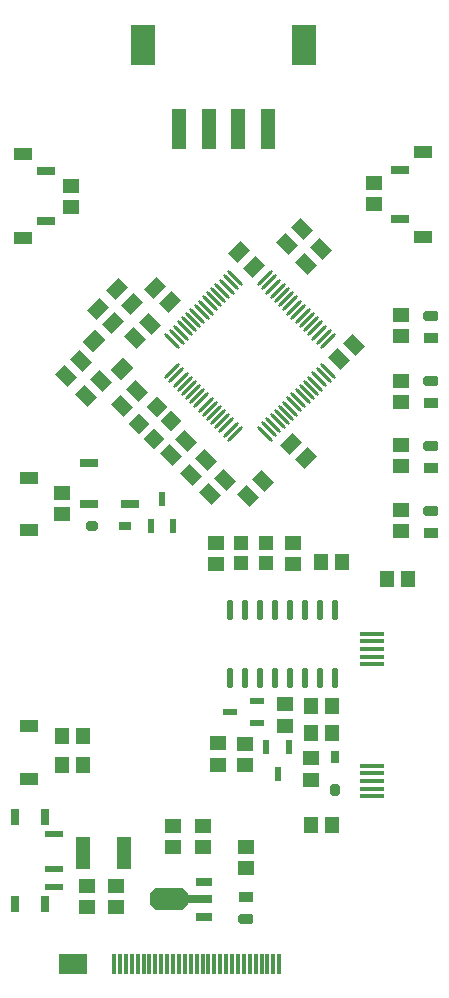
<source format=gtp>
G04*
G04 #@! TF.GenerationSoftware,Altium Limited,Altium Designer,21.2.2 (38)*
G04*
G04 Layer_Color=8421504*
%FSLAX24Y24*%
%MOIN*%
G70*
G04*
G04 #@! TF.SameCoordinates,13F91C56-90A4-4746-9D45-15C4089C9FE9*
G04*
G04*
G04 #@! TF.FilePolarity,Positive*
G04*
G01*
G75*
%ADD23R,0.0138X0.0680*%
%ADD24R,0.0930X0.0680*%
%ADD25R,0.0315X0.0551*%
%ADD26R,0.0591X0.0236*%
%ADD27R,0.0846X0.0150*%
%ADD28R,0.0591X0.0433*%
%ADD29R,0.0591X0.0315*%
%ADD30R,0.0500X0.1050*%
%ADD31R,0.0579X0.0457*%
%ADD32R,0.0630X0.0413*%
%ADD33R,0.0457X0.0579*%
%ADD34R,0.0551X0.0256*%
G04:AMPARAMS|DCode=35|XSize=74.8mil|YSize=126mil|CornerRadius=0mil|HoleSize=0mil|Usage=FLASHONLY|Rotation=270.000|XOffset=0mil|YOffset=0mil|HoleType=Round|Shape=Octagon|*
%AMOCTAGOND35*
4,1,8,0.0630,0.0187,0.0630,-0.0187,0.0443,-0.0374,-0.0443,-0.0374,-0.0630,-0.0187,-0.0630,0.0187,-0.0443,0.0374,0.0443,0.0374,0.0630,0.0187,0.0*
%
%ADD35OCTAGOND35*%

%ADD36R,0.0827X0.0256*%
%ADD37R,0.0500X0.0350*%
G04:AMPARAMS|DCode=38|XSize=50mil|YSize=35mil|CornerRadius=0mil|HoleSize=0mil|Usage=FLASHONLY|Rotation=0.000|XOffset=0mil|YOffset=0mil|HoleType=Round|Shape=Octagon|*
%AMOCTAGOND38*
4,1,8,0.0250,-0.0088,0.0250,0.0088,0.0163,0.0175,-0.0163,0.0175,-0.0250,0.0088,-0.0250,-0.0088,-0.0163,-0.0175,0.0163,-0.0175,0.0250,-0.0088,0.0*
%
%ADD38OCTAGOND38*%

G04:AMPARAMS|DCode=39|XSize=39.4mil|YSize=31.5mil|CornerRadius=0mil|HoleSize=0mil|Usage=FLASHONLY|Rotation=180.000|XOffset=0mil|YOffset=0mil|HoleType=Round|Shape=Octagon|*
%AMOCTAGOND39*
4,1,8,-0.0197,0.0079,-0.0197,-0.0079,-0.0118,-0.0157,0.0118,-0.0157,0.0197,-0.0079,0.0197,0.0079,0.0118,0.0157,-0.0118,0.0157,-0.0197,0.0079,0.0*
%
%ADD39OCTAGOND39*%

%ADD40R,0.0394X0.0315*%
%ADD41R,0.0591X0.0315*%
%ADD42R,0.0197X0.0472*%
%ADD43R,0.0472X0.0197*%
%ADD44O,0.0217X0.0709*%
%ADD45R,0.0512X0.0472*%
G04:AMPARAMS|DCode=46|XSize=45.7mil|YSize=57.9mil|CornerRadius=0mil|HoleSize=0mil|Usage=FLASHONLY|Rotation=45.000|XOffset=0mil|YOffset=0mil|HoleType=Round|Shape=Rectangle|*
%AMROTATEDRECTD46*
4,1,4,0.0043,-0.0366,-0.0366,0.0043,-0.0043,0.0366,0.0366,-0.0043,0.0043,-0.0366,0.0*
%
%ADD46ROTATEDRECTD46*%

G04:AMPARAMS|DCode=47|XSize=39.4mil|YSize=31.5mil|CornerRadius=0mil|HoleSize=0mil|Usage=FLASHONLY|Rotation=270.000|XOffset=0mil|YOffset=0mil|HoleType=Round|Shape=Octagon|*
%AMOCTAGOND47*
4,1,8,-0.0079,-0.0197,0.0079,-0.0197,0.0157,-0.0118,0.0157,0.0118,0.0079,0.0197,-0.0079,0.0197,-0.0157,0.0118,-0.0157,-0.0118,-0.0079,-0.0197,0.0*
%
%ADD47OCTAGOND47*%

%ADD48R,0.0315X0.0394*%
G04:AMPARAMS|DCode=49|XSize=45.7mil|YSize=57.9mil|CornerRadius=0mil|HoleSize=0mil|Usage=FLASHONLY|Rotation=135.000|XOffset=0mil|YOffset=0mil|HoleType=Round|Shape=Rectangle|*
%AMROTATEDRECTD49*
4,1,4,0.0366,0.0043,-0.0043,-0.0366,-0.0366,-0.0043,0.0043,0.0366,0.0366,0.0043,0.0*
%
%ADD49ROTATEDRECTD49*%

G04:AMPARAMS|DCode=50|XSize=51.2mil|YSize=47.2mil|CornerRadius=0mil|HoleSize=0mil|Usage=FLASHONLY|Rotation=45.000|XOffset=0mil|YOffset=0mil|HoleType=Round|Shape=Rectangle|*
%AMROTATEDRECTD50*
4,1,4,-0.0014,-0.0348,-0.0348,-0.0014,0.0014,0.0348,0.0348,0.0014,-0.0014,-0.0348,0.0*
%
%ADD50ROTATEDRECTD50*%

G04:AMPARAMS|DCode=51|XSize=47.2mil|YSize=59.1mil|CornerRadius=0mil|HoleSize=0mil|Usage=FLASHONLY|Rotation=135.000|XOffset=0mil|YOffset=0mil|HoleType=Round|Shape=Rectangle|*
%AMROTATEDRECTD51*
4,1,4,0.0376,0.0042,-0.0042,-0.0376,-0.0376,-0.0042,0.0042,0.0376,0.0376,0.0042,0.0*
%
%ADD51ROTATEDRECTD51*%

G04:AMPARAMS|DCode=52|XSize=11.8mil|YSize=70.9mil|CornerRadius=0mil|HoleSize=0mil|Usage=FLASHONLY|Rotation=45.000|XOffset=0mil|YOffset=0mil|HoleType=Round|Shape=Round|*
%AMOVALD52*
21,1,0.0591,0.0118,0.0000,0.0000,135.0*
1,1,0.0118,0.0209,-0.0209*
1,1,0.0118,-0.0209,0.0209*
%
%ADD52OVALD52*%

G04:AMPARAMS|DCode=53|XSize=11.8mil|YSize=70.9mil|CornerRadius=0mil|HoleSize=0mil|Usage=FLASHONLY|Rotation=135.000|XOffset=0mil|YOffset=0mil|HoleType=Round|Shape=Round|*
%AMOVALD53*
21,1,0.0591,0.0118,0.0000,0.0000,225.0*
1,1,0.0118,0.0209,0.0209*
1,1,0.0118,-0.0209,-0.0209*
%
%ADD53OVALD53*%

%ADD54R,0.0787X0.1378*%
%ADD55R,0.0472X0.1378*%
D23*
X8530Y-1900D02*
D03*
X8720D02*
D03*
X8920D02*
D03*
X9120D02*
D03*
X9320D02*
D03*
X9510D02*
D03*
X9710D02*
D03*
X9900D02*
D03*
X6360D02*
D03*
X6560D02*
D03*
X6750D02*
D03*
X6950D02*
D03*
X7930D02*
D03*
X6160D02*
D03*
X5770D02*
D03*
X5180D02*
D03*
X4390D02*
D03*
X7740D02*
D03*
X7540D02*
D03*
X5570D02*
D03*
X4980D02*
D03*
X8330D02*
D03*
X7350D02*
D03*
X4780D02*
D03*
X8130D02*
D03*
X7150D02*
D03*
X5960D02*
D03*
X4590D02*
D03*
X5380D02*
D03*
D24*
X3014Y-1901D02*
D03*
D25*
X2092Y2987D02*
D03*
X1108D02*
D03*
Y113D02*
D03*
X2092D02*
D03*
D26*
X2386Y2436D02*
D03*
Y1255D02*
D03*
Y664D02*
D03*
D27*
X13006Y3691D02*
D03*
Y3947D02*
D03*
Y4203D02*
D03*
Y4459D02*
D03*
Y4714D02*
D03*
Y8856D02*
D03*
Y8600D02*
D03*
Y8344D02*
D03*
Y8088D02*
D03*
Y9112D02*
D03*
D28*
X1352Y25107D02*
D03*
Y22293D02*
D03*
X14698Y22343D02*
D03*
Y25157D02*
D03*
D29*
X2139Y24527D02*
D03*
Y22873D02*
D03*
X13911Y22923D02*
D03*
Y24577D02*
D03*
D30*
X4725Y1800D02*
D03*
X3375D02*
D03*
D31*
X3500Y700D02*
D03*
Y-0D02*
D03*
X4450Y700D02*
D03*
Y-0D02*
D03*
X6350Y1999D02*
D03*
Y2700D02*
D03*
X7350Y2000D02*
D03*
Y2700D02*
D03*
X8800Y1300D02*
D03*
Y2000D02*
D03*
X7850Y5451D02*
D03*
Y4750D02*
D03*
X8750Y4750D02*
D03*
Y5450D02*
D03*
X2650Y13800D02*
D03*
Y13100D02*
D03*
X7800Y11450D02*
D03*
Y12150D02*
D03*
X10950Y4250D02*
D03*
Y4951D02*
D03*
X10100Y6751D02*
D03*
Y6050D02*
D03*
X10350Y12150D02*
D03*
Y11450D02*
D03*
X13950Y12549D02*
D03*
Y13250D02*
D03*
Y14700D02*
D03*
Y15401D02*
D03*
X2950Y24050D02*
D03*
Y23350D02*
D03*
X13050Y23450D02*
D03*
Y24150D02*
D03*
X13950Y16850D02*
D03*
Y17550D02*
D03*
Y19049D02*
D03*
Y19750D02*
D03*
D32*
X1550Y4280D02*
D03*
Y6020D02*
D03*
Y14300D02*
D03*
Y12560D02*
D03*
D33*
X2649Y4750D02*
D03*
X3350D02*
D03*
X2650Y5700D02*
D03*
X3350D02*
D03*
X11650Y2750D02*
D03*
X10949D02*
D03*
X11650Y5800D02*
D03*
X10950D02*
D03*
X11650Y6700D02*
D03*
X10950D02*
D03*
X11300Y11500D02*
D03*
X12000D02*
D03*
X13500Y10950D02*
D03*
X14200D02*
D03*
D34*
X7400Y850D02*
D03*
Y-331D02*
D03*
D35*
X6231Y259D02*
D03*
D36*
X7271D02*
D03*
D37*
X8800Y350D02*
D03*
X14950Y12452D02*
D03*
Y14619D02*
D03*
Y16785D02*
D03*
Y18952D02*
D03*
D38*
X8800Y-398D02*
D03*
X14950Y13200D02*
D03*
Y15367D02*
D03*
Y17533D02*
D03*
Y19700D02*
D03*
D39*
X3648Y12700D02*
D03*
D40*
X4750D02*
D03*
D41*
X3550Y14800D02*
D03*
X4917Y13422D02*
D03*
X3550D02*
D03*
D42*
X5626Y12700D02*
D03*
X6000Y13600D02*
D03*
X6374Y12700D02*
D03*
X10224Y5350D02*
D03*
X9476D02*
D03*
X9850Y4450D02*
D03*
D43*
X9150Y6126D02*
D03*
X8250Y6500D02*
D03*
X9150Y6874D02*
D03*
D44*
X10250Y9900D02*
D03*
X9750D02*
D03*
X9250D02*
D03*
X8750D02*
D03*
X8250D02*
D03*
X11750Y7635D02*
D03*
X11250D02*
D03*
X10750D02*
D03*
X10250D02*
D03*
X9750D02*
D03*
X9250D02*
D03*
X8750D02*
D03*
X8250D02*
D03*
X11250Y9900D02*
D03*
X10750D02*
D03*
X11750D02*
D03*
D45*
X9463Y12135D02*
D03*
X8637Y11465D02*
D03*
Y12135D02*
D03*
X9463Y11465D02*
D03*
D46*
X7448Y14898D02*
D03*
X6952Y14402D02*
D03*
X8100Y14250D02*
D03*
X7604Y13754D02*
D03*
X8852Y13702D02*
D03*
X9348Y14198D02*
D03*
X3295Y18195D02*
D03*
X2800Y17700D02*
D03*
X3945Y17545D02*
D03*
X3450Y17050D02*
D03*
X5148Y17198D02*
D03*
X4652Y16702D02*
D03*
X5102Y18952D02*
D03*
X5598Y19448D02*
D03*
X6302Y15052D02*
D03*
X6798Y15548D02*
D03*
X11902Y18252D02*
D03*
X12398Y18748D02*
D03*
X10648Y22598D02*
D03*
X10152Y22102D02*
D03*
X11296Y21946D02*
D03*
X10800Y21450D02*
D03*
D47*
X11750Y3900D02*
D03*
D48*
Y5002D02*
D03*
D49*
X10300Y15450D02*
D03*
X10796Y14954D02*
D03*
X4346Y19454D02*
D03*
X3850Y19950D02*
D03*
X5000Y20100D02*
D03*
X4504Y20596D02*
D03*
X6248Y20152D02*
D03*
X5752Y20648D02*
D03*
X9050Y21350D02*
D03*
X8554Y21846D02*
D03*
D50*
X5827Y16673D02*
D03*
X5715Y15615D02*
D03*
X5242Y16089D02*
D03*
X6300Y16200D02*
D03*
D51*
X3738Y18857D02*
D03*
X4657Y17938D02*
D03*
D52*
X6340Y18870D02*
D03*
X6618Y19148D02*
D03*
X6757Y19287D02*
D03*
X6896Y19427D02*
D03*
X7036Y19566D02*
D03*
X7175Y19705D02*
D03*
X7314Y19844D02*
D03*
X7453Y19983D02*
D03*
X7592Y20123D02*
D03*
X7732Y20262D02*
D03*
X7871Y20401D02*
D03*
X8010Y20540D02*
D03*
X8149Y20679D02*
D03*
X8288Y20819D02*
D03*
X8427Y20958D02*
D03*
X11518Y17868D02*
D03*
X11239Y17589D02*
D03*
X11100Y17450D02*
D03*
X10961Y17311D02*
D03*
X10822Y17172D02*
D03*
X10682Y17032D02*
D03*
X10543Y16893D02*
D03*
X10404Y16754D02*
D03*
X10265Y16615D02*
D03*
X10126Y16476D02*
D03*
X9986Y16336D02*
D03*
X9847Y16197D02*
D03*
X9708Y16058D02*
D03*
X9430Y15780D02*
D03*
X6479Y19009D02*
D03*
X9569Y15919D02*
D03*
X11378Y17728D02*
D03*
D53*
X9430Y20958D02*
D03*
X9708Y20679D02*
D03*
X9847Y20540D02*
D03*
X9986Y20401D02*
D03*
X10126Y20262D02*
D03*
X10265Y20123D02*
D03*
X10404Y19983D02*
D03*
X10543Y19844D02*
D03*
X10682Y19705D02*
D03*
X10822Y19566D02*
D03*
X10961Y19427D02*
D03*
X11100Y19287D02*
D03*
X11239Y19148D02*
D03*
X11378Y19009D02*
D03*
X11518Y18870D02*
D03*
X8420Y15773D02*
D03*
X8281Y15912D02*
D03*
X8142Y16051D02*
D03*
X8003Y16190D02*
D03*
X7724Y16469D02*
D03*
X7585Y16608D02*
D03*
X7446Y16747D02*
D03*
X7307Y16886D02*
D03*
X7168Y17025D02*
D03*
X7028Y17165D02*
D03*
X6889Y17304D02*
D03*
X6750Y17443D02*
D03*
X6611Y17582D02*
D03*
X6472Y17721D02*
D03*
X6332Y17861D02*
D03*
X7864Y16329D02*
D03*
X9569Y20819D02*
D03*
D54*
X5362Y28746D02*
D03*
X10738D02*
D03*
D55*
X9526Y25939D02*
D03*
X6574D02*
D03*
X7558D02*
D03*
X8542D02*
D03*
M02*

</source>
